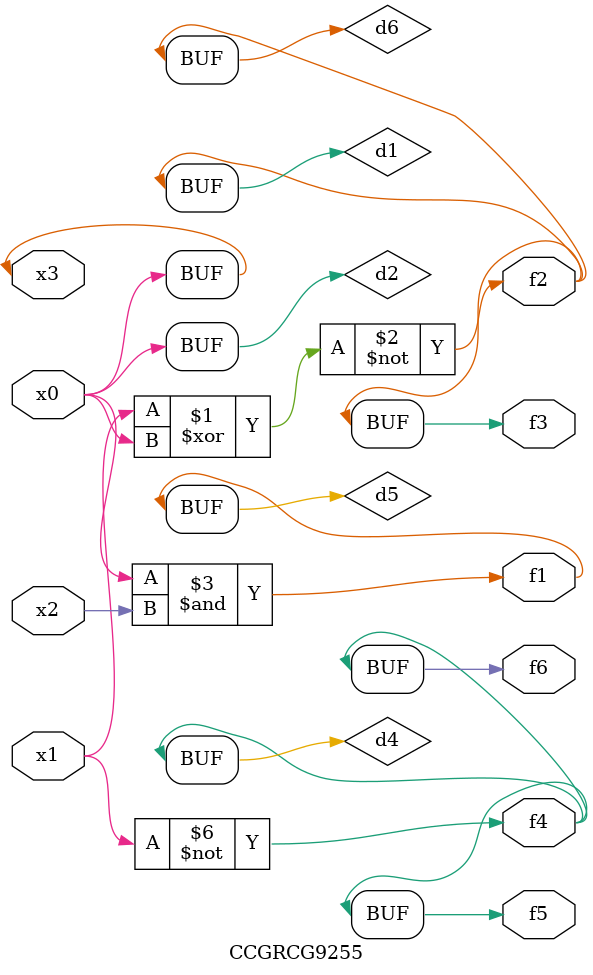
<source format=v>
module CCGRCG9255(
	input x0, x1, x2, x3,
	output f1, f2, f3, f4, f5, f6
);

	wire d1, d2, d3, d4, d5, d6;

	xnor (d1, x1, x3);
	buf (d2, x0, x3);
	nand (d3, x0, x2);
	not (d4, x1);
	nand (d5, d3);
	or (d6, d1);
	assign f1 = d5;
	assign f2 = d6;
	assign f3 = d6;
	assign f4 = d4;
	assign f5 = d4;
	assign f6 = d4;
endmodule

</source>
